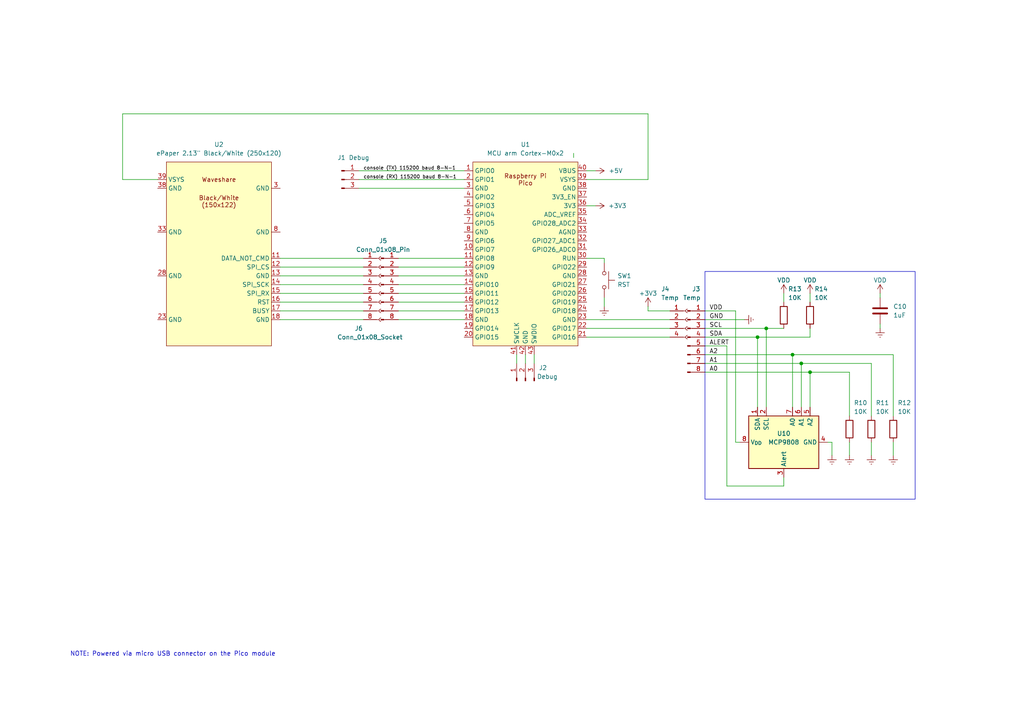
<source format=kicad_sch>
(kicad_sch (version 20230121) (generator eeschema)
  (paper "A4")
  (title_block (title "picoPloT") (date "2024-01-31") (rev "0.01") (company "https://github.com/AnotherJohnH/picoPloT"))
  (lib_symbols
    (symbol "Connector:Conn_01x03_Pin" (pin_names (offset 1.016) hide)
      (property "Reference" "J" (at 0 5.08 0))
      (property "Value" "Conn_01x03_Pin" (at 0 -5.08 0))
      (symbol "Conn_01x03_Pin_1_1"
        (polyline (pts (xy 1.27 -2.54) (xy 0.8636 -2.54)) (stroke (width 0.1524)))
        (polyline (pts (xy 1.27 0) (xy 0.8636 0)) (stroke (width 0.1524)))
        (polyline (pts (xy 1.27 2.54) (xy 0.8636 2.54)) (stroke (width 0.1524)))
        (rectangle (start 0.8636 -2.413) (end 0 -2.667) (stroke (width 0.1524)) (fill (type outline)))
        (rectangle (start 0.8636 0.127) (end 0 -0.127) (stroke (width 0.1524)) (fill (type outline)))
        (rectangle (start 0.8636 2.667) (end 0 2.413) (stroke (width 0.1524)) (fill (type outline)))
        (pin passive line (at 5.08 2.54 180) (length 3.81) (name "Pin_1") (number "1"))
        (pin passive line (at 5.08 0 180) (length 3.81) (name "Pin_2") (number "2"))
        (pin passive line (at 5.08 -2.54 180) (length 3.81) (name "Pin_3") (number "3"))
      )
    )
    (symbol "Connector:Conn_01x04_Socket" (pin_names (offset 1.016) hide)
      (property "Reference" "J" (at 0 5.08 0))
      (property "Value" "Conn_01x04_Socket" (at 0 -7.62 0))
      (symbol "Conn_01x04_Socket_1_1"
        (arc (start 0 -4.572) (mid -0.5058 -5.08) (end 0 -5.588) (stroke (width 0.1524)))
        (arc (start 0 -2.032) (mid -0.5058 -2.54) (end 0 -3.048) (stroke (width 0.1524)))
        (polyline (pts (xy -1.27 -5.08) (xy -0.508 -5.08)) (stroke (width 0.1524)))
        (polyline (pts (xy -1.27 -2.54) (xy -0.508 -2.54)) (stroke (width 0.1524)))
        (polyline (pts (xy -1.27 0) (xy -0.508 0)) (stroke (width 0.1524)))
        (polyline (pts (xy -1.27 2.54) (xy -0.508 2.54)) (stroke (width 0.1524)))
        (arc (start 0 0.508) (mid -0.5058 0) (end 0 -0.508) (stroke (width 0.1524)))
        (arc (start 0 3.048) (mid -0.5058 2.54) (end 0 2.032) (stroke (width 0.1524)))
        (pin passive line (at -5.08 2.54 0) (length 3.81) (name "Pin_1") (number "1"))
        (pin passive line (at -5.08 0 0) (length 3.81) (name "Pin_2") (number "2"))
        (pin passive line (at -5.08 -2.54 0) (length 3.81) (name "Pin_3") (number "3"))
        (pin passive line (at -5.08 -5.08 0) (length 3.81) (name "Pin_4") (number "4"))
      )
    )
    (symbol "Connector:Conn_01x08_Pin" (pin_names (offset 1.016) hide)
      (property "Reference" "J" (at 0 10.16 0))
      (property "Value" "Conn_01x08_Pin" (at 0 -12.7 0))
      (symbol "Conn_01x08_Pin_1_1"
        (polyline (pts (xy 1.27 -10.16) (xy 0.8636 -10.16)) (stroke (width 0.1524)))
        (polyline (pts (xy 1.27 -7.62) (xy 0.8636 -7.62)) (stroke (width 0.1524)))
        (polyline (pts (xy 1.27 -5.08) (xy 0.8636 -5.08)) (stroke (width 0.1524)))
        (polyline (pts (xy 1.27 -2.54) (xy 0.8636 -2.54)) (stroke (width 0.1524)))
        (polyline (pts (xy 1.27 0) (xy 0.8636 0)) (stroke (width 0.1524)))
        (polyline (pts (xy 1.27 2.54) (xy 0.8636 2.54)) (stroke (width 0.1524)))
        (polyline (pts (xy 1.27 5.08) (xy 0.8636 5.08)) (stroke (width 0.1524)))
        (polyline (pts (xy 1.27 7.62) (xy 0.8636 7.62)) (stroke (width 0.1524)))
        (rectangle (start 0.8636 -10.033) (end 0 -10.287) (stroke (width 0.1524)) (fill (type outline)))
        (rectangle (start 0.8636 -7.493) (end 0 -7.747) (stroke (width 0.1524)) (fill (type outline)))
        (rectangle (start 0.8636 -4.953) (end 0 -5.207) (stroke (width 0.1524)) (fill (type outline)))
        (rectangle (start 0.8636 -2.413) (end 0 -2.667) (stroke (width 0.1524)) (fill (type outline)))
        (rectangle (start 0.8636 0.127) (end 0 -0.127) (stroke (width 0.1524)) (fill (type outline)))
        (rectangle (start 0.8636 2.667) (end 0 2.413) (stroke (width 0.1524)) (fill (type outline)))
        (rectangle (start 0.8636 5.207) (end 0 4.953) (stroke (width 0.1524)) (fill (type outline)))
        (rectangle (start 0.8636 7.747) (end 0 7.493) (stroke (width 0.1524)) (fill (type outline)))
        (pin passive line (at 5.08 7.62 180) (length 3.81) (name "Pin_1") (number "1"))
        (pin passive line (at 5.08 5.08 180) (length 3.81) (name "Pin_2") (number "2"))
        (pin passive line (at 5.08 2.54 180) (length 3.81) (name "Pin_3") (number "3"))
        (pin passive line (at 5.08 0 180) (length 3.81) (name "Pin_4") (number "4"))
        (pin passive line (at 5.08 -2.54 180) (length 3.81) (name "Pin_5") (number "5"))
        (pin passive line (at 5.08 -5.08 180) (length 3.81) (name "Pin_6") (number "6"))
        (pin passive line (at 5.08 -7.62 180) (length 3.81) (name "Pin_7") (number "7"))
        (pin passive line (at 5.08 -10.16 180) (length 3.81) (name "Pin_8") (number "8"))
      )
    )
    (symbol "Connector:Conn_01x08_Socket" (pin_names (offset 1.016) hide)
      (property "Reference" "J" (at 0 10.16 0))
      (property "Value" "Conn_01x08_Socket" (at 0 -12.7 0))
      (symbol "Conn_01x08_Socket_1_1"
        (arc (start 0 -9.652) (mid -0.5058 -10.16) (end 0 -10.668) (stroke (width 0.1524)))
        (arc (start 0 -7.112) (mid -0.5058 -7.62) (end 0 -8.128) (stroke (width 0.1524)))
        (arc (start 0 -4.572) (mid -0.5058 -5.08) (end 0 -5.588) (stroke (width 0.1524)))
        (arc (start 0 -2.032) (mid -0.5058 -2.54) (end 0 -3.048) (stroke (width 0.1524)))
        (polyline (pts (xy -1.27 -10.16) (xy -0.508 -10.16)) (stroke (width 0.1524)))
        (polyline (pts (xy -1.27 -7.62) (xy -0.508 -7.62)) (stroke (width 0.1524)))
        (polyline (pts (xy -1.27 -5.08) (xy -0.508 -5.08)) (stroke (width 0.1524)))
        (polyline (pts (xy -1.27 -2.54) (xy -0.508 -2.54)) (stroke (width 0.1524)))
        (polyline (pts (xy -1.27 0) (xy -0.508 0)) (stroke (width 0.1524)))
        (polyline (pts (xy -1.27 2.54) (xy -0.508 2.54)) (stroke (width 0.1524)))
        (polyline (pts (xy -1.27 5.08) (xy -0.508 5.08)) (stroke (width 0.1524)))
        (polyline (pts (xy -1.27 7.62) (xy -0.508 7.62)) (stroke (width 0.1524)))
        (arc (start 0 0.508) (mid -0.5058 0) (end 0 -0.508) (stroke (width 0.1524)))
        (arc (start 0 3.048) (mid -0.5058 2.54) (end 0 2.032) (stroke (width 0.1524)))
        (arc (start 0 5.588) (mid -0.5058 5.08) (end 0 4.572) (stroke (width 0.1524)))
        (arc (start 0 8.128) (mid -0.5058 7.62) (end 0 7.112) (stroke (width 0.1524)))
        (pin passive line (at -5.08 7.62 0) (length 3.81) (name "Pin_1") (number "1"))
        (pin passive line (at -5.08 5.08 0) (length 3.81) (name "Pin_2") (number "2"))
        (pin passive line (at -5.08 2.54 0) (length 3.81) (name "Pin_3") (number "3"))
        (pin passive line (at -5.08 0 0) (length 3.81) (name "Pin_4") (number "4"))
        (pin passive line (at -5.08 -2.54 0) (length 3.81) (name "Pin_5") (number "5"))
        (pin passive line (at -5.08 -5.08 0) (length 3.81) (name "Pin_6") (number "6"))
        (pin passive line (at -5.08 -7.62 0) (length 3.81) (name "Pin_7") (number "7"))
        (pin passive line (at -5.08 -10.16 0) (length 3.81) (name "Pin_8") (number "8"))
      )
    )
    (symbol "Device:C" (pin_numbers hide) (pin_names (offset 0.254))
      (property "Reference" "C" (at 0.635 2.54 0))
      (property "Value" "C" (at 0.635 -2.54 0))
      (symbol "C_0_1"
        (polyline (pts (xy -2.032 -0.762) (xy 2.032 -0.762)) (stroke (width 0.508)))
        (polyline (pts (xy -2.032 0.762) (xy 2.032 0.762)) (stroke (width 0.508)))
      )
      (symbol "C_1_1"
        (pin passive line (at 0 3.81 270) (length 2.794) (name "~") (number "1"))
        (pin passive line (at 0 -3.81 90) (length 2.794) (name "~") (number "2"))
      )
    )
    (symbol "Device:R" (pin_numbers hide) (pin_names (offset 0))
      (property "Reference" "R" (at 2.032 0 90))
      (property "Value" "R" (at 0 0 90))
      (symbol "R_0_1"
        (rectangle (start -1.016 -2.54) (end 1.016 2.54) (stroke (width 0.254)))
      )
      (symbol "R_1_1"
        (pin passive line (at 0 3.81 270) (length 1.27) (name "~") (number "1"))
        (pin passive line (at 0 -3.81 90) (length 1.27) (name "~") (number "2"))
      )
    )
    (symbol "MCU_RaspberryPi_and_Boards:Pico"
      (property "Reference" "U2" (at 0 31.75 0))
      (property "Value" "arm Cortex-M0x2 MCU" (at 0 29.21 0))
      (symbol "Pico_0_1"
        (rectangle (start -15.24 26.67) (end 15.24 -26.67) (fill (type background)))
      )
      (symbol "Pico_1_0"
        (text "Raspberry Pi\nPico" (at 0 21.59 0) (effects (font (size 1.27 1.27))))
      )
      (symbol "Pico_1_1"
        (pin bidirectional line (at -17.78 24.13 0) (length 2.54) (name "GPIO0") (number "1"))
        (pin bidirectional line (at -17.78 1.27 0) (length 2.54) (name "GPIO7") (number "10"))
        (pin bidirectional line (at -17.78 -1.27 0) (length 2.54) (name "GPIO8") (number "11"))
        (pin bidirectional line (at -17.78 -3.81 0) (length 2.54) (name "GPIO9") (number "12"))
        (pin power_in line (at -17.78 -6.35 0) (length 2.54) (name "GND") (number "13"))
        (pin bidirectional line (at -17.78 -8.89 0) (length 2.54) (name "GPIO10") (number "14"))
        (pin bidirectional line (at -17.78 -11.43 0) (length 2.54) (name "GPIO11") (number "15"))
        (pin bidirectional line (at -17.78 -13.97 0) (length 2.54) (name "GPIO12") (number "16"))
        (pin bidirectional line (at -17.78 -16.51 0) (length 2.54) (name "GPIO13") (number "17"))
        (pin power_in line (at -17.78 -19.05 0) (length 2.54) (name "GND") (number "18"))
        (pin bidirectional line (at -17.78 -21.59 0) (length 2.54) (name "GPIO14") (number "19"))
        (pin bidirectional line (at -17.78 21.59 0) (length 2.54) (name "GPIO1") (number "2"))
        (pin bidirectional line (at -17.78 -24.13 0) (length 2.54) (name "GPIO15") (number "20"))
        (pin bidirectional line (at 17.78 -24.13 180) (length 2.54) (name "GPIO16") (number "21"))
        (pin bidirectional line (at 17.78 -21.59 180) (length 2.54) (name "GPIO17") (number "22"))
        (pin power_in line (at 17.78 -19.05 180) (length 2.54) (name "GND") (number "23"))
        (pin bidirectional line (at 17.78 -16.51 180) (length 2.54) (name "GPIO18") (number "24"))
        (pin bidirectional line (at 17.78 -13.97 180) (length 2.54) (name "GPIO19") (number "25"))
        (pin bidirectional line (at 17.78 -11.43 180) (length 2.54) (name "GPIO20") (number "26"))
        (pin bidirectional line (at 17.78 -8.89 180) (length 2.54) (name "GPIO21") (number "27"))
        (pin power_in line (at 17.78 -6.35 180) (length 2.54) (name "GND") (number "28"))
        (pin bidirectional line (at 17.78 -3.81 180) (length 2.54) (name "GPIO22") (number "29"))
        (pin power_in line (at -17.78 19.05 0) (length 2.54) (name "GND") (number "3"))
        (pin input line (at 17.78 -1.27 180) (length 2.54) (name "RUN") (number "30"))
        (pin bidirectional line (at 17.78 1.27 180) (length 2.54) (name "GPIO26_ADC0") (number "31"))
        (pin bidirectional line (at 17.78 3.81 180) (length 2.54) (name "GPIO27_ADC1") (number "32"))
        (pin power_in line (at 17.78 6.35 180) (length 2.54) (name "AGND") (number "33"))
        (pin bidirectional line (at 17.78 8.89 180) (length 2.54) (name "GPIO28_ADC2") (number "34"))
        (pin power_in line (at 17.78 11.43 180) (length 2.54) (name "ADC_VREF") (number "35"))
        (pin power_in line (at 17.78 13.97 180) (length 2.54) (name "3V3") (number "36"))
        (pin input line (at 17.78 16.51 180) (length 2.54) (name "3V3_EN") (number "37"))
        (pin bidirectional line (at 17.78 19.05 180) (length 2.54) (name "GND") (number "38"))
        (pin power_in line (at 17.78 21.59 180) (length 2.54) (name "VSYS") (number "39"))
        (pin bidirectional line (at -17.78 16.51 0) (length 2.54) (name "GPIO2") (number "4"))
        (pin power_in line (at 17.78 24.13 180) (length 2.54) (name "VBUS") (number "40"))
        (pin input line (at -2.54 -29.21 90) (length 2.54) (name "SWCLK") (number "41"))
        (pin power_in line (at 0 -29.21 90) (length 2.54) (name "GND") (number "42"))
        (pin bidirectional line (at 2.54 -29.21 90) (length 2.54) (name "SWDIO") (number "43"))
        (pin bidirectional line (at -17.78 13.97 0) (length 2.54) (name "GPIO3") (number "5"))
        (pin bidirectional line (at -17.78 11.43 0) (length 2.54) (name "GPIO4") (number "6"))
        (pin bidirectional line (at -17.78 8.89 0) (length 2.54) (name "GPIO5") (number "7"))
        (pin power_in line (at -17.78 6.35 0) (length 2.54) (name "GND") (number "8"))
        (pin bidirectional line (at -17.78 3.81 0) (length 2.54) (name "GPIO6") (number "9"))
      )
    )
    (symbol "MCU_RaspberryPi_and_Boards:Waveshare ePaper 2.13{dblquote} Black/White (250x120)"
      (property "Reference" "U" (at -13.97 27.94 0))
      (property "Value" "ePaper 2.13\"" (at 0 19.05 0))
      (symbol "Waveshare ePaper 2.13{dblquote} Black/White (250x120)_0_1"
        (rectangle (start -15.24 26.67) (end 15.24 -26.67) (fill (type background)))
      )
      (symbol "Waveshare ePaper 2.13{dblquote} Black/White (250x120)_1_0"
        (text "Waveshare" (at 0 21.59 0) (effects (font (size 1.27 1.27))))
      )
      (symbol "Waveshare ePaper 2.13{dblquote} Black/White (250x120)_1_1"
        (text "Black/White\n(150x122)" (at 0 15.24 0) (effects (font (size 1.27 1.27))))
        (pin input line (at -17.78 -1.27 0) (length 2.54) (name "DATA_NOT_CMD") (number "11"))
        (pin input line (at -17.78 -3.81 0) (length 2.54) (name "SPI_CS") (number "12"))
        (pin power_in line (at -17.78 -6.35 0) (length 2.54) (name "GND") (number "13"))
        (pin input line (at -17.78 -8.89 0) (length 2.54) (name "SPI_SCK") (number "14"))
        (pin input line (at -17.78 -11.43 0) (length 2.54) (name "SPI_RX") (number "15"))
        (pin input line (at -17.78 -13.97 0) (length 2.54) (name "RST") (number "16"))
        (pin output line (at -17.78 -16.51 0) (length 2.54) (name "BUSY") (number "17"))
        (pin power_in line (at -17.78 -19.05 0) (length 2.54) (name "GND") (number "18"))
        (pin power_in line (at 17.78 -19.05 180) (length 2.54) (name "GND") (number "23"))
        (pin power_in line (at 17.78 -6.35 180) (length 2.54) (name "GND") (number "28"))
        (pin power_in line (at -17.78 19.05 0) (length 2.54) (name "GND") (number "3"))
        (pin power_in line (at 17.78 6.35 180) (length 2.54) (name "GND") (number "33"))
        (pin bidirectional line (at 17.78 19.05 180) (length 2.54) (name "GND") (number "38"))
        (pin power_in line (at 17.78 21.59 180) (length 2.54) (name "VSYS") (number "39"))
        (pin power_in line (at -17.78 6.35 0) (length 2.54) (name "GND") (number "8"))
      )
    )
    (symbol "Sensor_Temperature:MCP9808_MSOP"
      (property "Reference" "U" (at -6.35 11.43 0))
      (property "Value" "MCP9808_MSOP" (at 10.16 11.43 0))
      (symbol "MCP9808_MSOP_0_1"
        (rectangle (start -7.62 10.16) (end 7.62 -10.16) (stroke (width 0.254)) (fill (type background)))
      )
      (symbol "MCP9808_MSOP_1_1"
        (pin bidirectional line (at -10.16 7.62 0) (length 2.54) (name "SDA") (number "1"))
        (pin input line (at -10.16 5.08 0) (length 2.54) (name "SCL") (number "2"))
        (pin output line (at 10.16 0 180) (length 2.54) (name "Alert") (number "3"))
        (pin power_in line (at 0 -12.7 90) (length 2.54) (name "GND") (number "4"))
        (pin input line (at -10.16 -7.62 0) (length 2.54) (name "A2") (number "5"))
        (pin input line (at -10.16 -5.08 0) (length 2.54) (name "A1") (number "6"))
        (pin input line (at -10.16 -2.54 0) (length 2.54) (name "A0") (number "7"))
        (pin power_in line (at 0 12.7 270) (length 2.54) (name "V_{DD}") (number "8"))
      )
    )
    (symbol "Switch:SW_Push" (pin_numbers hide) (pin_names (offset 1.016) hide)
      (property "Reference" "SW" (at 1.27 2.54 0))
      (property "Value" "SW_Push" (at 0 -1.524 0))
      (symbol "SW_Push_0_1"
        (circle (center -2.032 0) (radius 0.508))
        (polyline (pts (xy 0 1.27) (xy 0 3.048)))
        (polyline (pts (xy 2.54 1.27) (xy -2.54 1.27)))
        (circle (center 2.032 0) (radius 0.508))
        (pin passive line (at -5.08 0 0) (length 2.54) (name "1") (number "1"))
        (pin passive line (at 5.08 0 180) (length 2.54) (name "2") (number "2"))
      )
    )
    (symbol "power:+3V3" (power) (pin_names (offset 0))
      (property "Value" "+3V3" (at 0 3.556 0))
      (symbol "+3V3_0_1"
        (polyline (pts (xy -0.762 1.27) (xy 0 2.54)))
        (polyline (pts (xy 0 0) (xy 0 2.54)))
        (polyline (pts (xy 0 2.54) (xy 0.762 1.27)))
      )
      (symbol "+3V3_1_1"
        (pin power_in line (at 0 0 90) (length 0) hide (name "+3V3") (number "1"))
      )
    )
    (symbol "power:+5V" (power) (pin_names (offset 0))
      (property "Value" "+5V" (at 0 3.556 0))
      (symbol "+5V_0_1"
        (polyline (pts (xy -0.762 1.27) (xy 0 2.54)))
        (polyline (pts (xy 0 0) (xy 0 2.54)))
        (polyline (pts (xy 0 2.54) (xy 0.762 1.27)))
      )
      (symbol "+5V_1_1"
        (pin power_in line (at 0 0 90) (length 0) hide (name "+5V") (number "1"))
      )
    )
    (symbol "power:Earth" (power) (pin_names (offset 0))
      (symbol "Earth_0_1"
        (polyline (pts (xy -0.635 -1.905) (xy 0.635 -1.905)))
        (polyline (pts (xy -0.127 -2.54) (xy 0.127 -2.54)))
        (polyline (pts (xy 0 -1.27) (xy 0 0)))
        (polyline (pts (xy 1.27 -1.27) (xy -1.27 -1.27)))
      )
      (symbol "Earth_1_1"
        (pin power_in line (at 0 0 270) (length 0) hide (name "Earth") (number "1"))
      )
    )
    (symbol "power:VDD" (power) (pin_names (offset 0))
      (property "Value" "VDD" (at 0 3.81 0))
      (symbol "VDD_0_1"
        (polyline (pts (xy -0.762 1.27) (xy 0 2.54)))
        (polyline (pts (xy 0 0) (xy 0 2.54)))
        (polyline (pts (xy 0 2.54) (xy 0.762 1.27)))
      )
      (symbol "VDD_1_1"
        (pin power_in line (at 0 0 90) (length 0) hide (name "VDD") (number "1"))
      )
    )
  )
  (junction (at 222.25 95.25))
  (junction (at 219.71 97.79))
  (junction (at 229.87 102.87))
  (junction (at 234.95 107.95))
  (junction (at 232.41 105.41))
  (wire (pts (xy 204.47 100.33) (xy 210.82 100.33)))
  (wire (pts (xy 81.28 85.09) (xy 105.41 85.09)))
  (wire (pts (xy 170.18 59.69) (xy 172.72 59.69)))
  (wire (pts (xy 246.38 107.95) (xy 246.38 120.65)))
  (wire (pts (xy 213.36 128.27) (xy 214.63 128.27)))
  (wire (pts (xy 154.94 102.87) (xy 154.94 105.41)))
  (wire (pts (xy 252.73 128.27) (xy 252.73 132.08)))
  (wire (pts (xy 255.27 93.98) (xy 255.27 95.25)))
  (wire (pts (xy 229.87 102.87) (xy 229.87 118.11)))
  (wire (pts (xy 246.38 128.27) (xy 246.38 132.08)))
  (wire (pts (xy 232.41 105.41) (xy 232.41 118.11)))
  (wire (pts (xy 81.28 74.93) (xy 105.41 74.93)))
  (wire (pts (xy 175.26 86.36) (xy 175.26 88.9)))
  (wire (pts (xy 134.62 80.01) (xy 115.57 80.01)))
  (wire (pts (xy 115.57 74.93) (xy 134.62 74.93)))
  (wire (pts (xy 115.57 77.47) (xy 134.62 77.47)))
  (wire (pts (xy 35.56 52.07) (xy 45.72 52.07)))
  (wire (pts (xy 115.57 85.09) (xy 134.62 85.09)))
  (wire (pts (xy 204.47 92.71) (xy 215.9 92.71)))
  (wire (pts (xy 204.47 90.17) (xy 213.36 90.17)))
  (wire (pts (xy 187.96 33.02) (xy 187.96 52.07)))
  (wire (pts (xy 234.95 107.95) (xy 246.38 107.95)))
  (wire (pts (xy 81.28 80.01) (xy 105.41 80.01)))
  (wire (pts (xy 175.26 74.93) (xy 170.18 74.93)))
  (wire (pts (xy 219.71 97.79) (xy 219.71 118.11)))
  (wire (pts (xy 187.96 90.17) (xy 187.96 88.9)))
  (wire (pts (xy 104.14 54.61) (xy 134.62 54.61)))
  (wire (pts (xy 81.28 82.55) (xy 105.41 82.55)))
  (wire (pts (xy 170.18 49.53) (xy 172.72 49.53)))
  (wire (pts (xy 234.95 107.95) (xy 234.95 118.11)))
  (wire (pts (xy 204.47 97.79) (xy 219.71 97.79)))
  (wire (pts (xy 81.28 90.17) (xy 105.41 90.17)))
  (wire (pts (xy 187.96 90.17) (xy 194.31 90.17)))
  (wire (pts (xy 115.57 87.63) (xy 134.62 87.63)))
  (wire (pts (xy 104.14 49.53) (xy 134.62 49.53)))
  (wire (pts (xy 213.36 90.17) (xy 213.36 128.27)))
  (wire (pts (xy 149.86 102.87) (xy 149.86 105.41)))
  (wire (pts (xy 35.56 52.07) (xy 35.56 33.02)))
  (wire (pts (xy 170.18 97.79) (xy 194.31 97.79)))
  (wire (pts (xy 35.56 33.02) (xy 187.96 33.02)))
  (wire (pts (xy 234.95 85.09) (xy 234.95 87.63)))
  (wire (pts (xy 255.27 85.09) (xy 255.27 86.36)))
  (wire (pts (xy 222.25 95.25) (xy 227.33 95.25)))
  (wire (pts (xy 166.37 45.72) (xy 166.37 44.45)))
  (wire (pts (xy 204.47 102.87) (xy 229.87 102.87)))
  (wire (pts (xy 104.14 52.07) (xy 134.62 52.07)))
  (wire (pts (xy 175.26 76.2) (xy 175.26 74.93)))
  (wire (pts (xy 259.08 128.27) (xy 259.08 132.08)))
  (wire (pts (xy 204.47 95.25) (xy 222.25 95.25)))
  (wire (pts (xy 170.18 52.07) (xy 187.96 52.07)))
  (wire (pts (xy 232.41 105.41) (xy 252.73 105.41)))
  (wire (pts (xy 252.73 105.41) (xy 252.73 120.65)))
  (wire (pts (xy 170.18 92.71) (xy 194.31 92.71)))
  (wire (pts (xy 152.4 102.87) (xy 152.4 105.41)))
  (wire (pts (xy 241.3 128.27) (xy 241.3 132.08)))
  (wire (pts (xy 229.87 102.87) (xy 259.08 102.87)))
  (wire (pts (xy 234.95 97.79) (xy 219.71 97.79)))
  (wire (pts (xy 240.03 128.27) (xy 241.3 128.27)))
  (wire (pts (xy 115.57 92.71) (xy 134.62 92.71)))
  (wire (pts (xy 234.95 95.25) (xy 234.95 97.79)))
  (wire (pts (xy 81.28 77.47) (xy 105.41 77.47)))
  (wire (pts (xy 227.33 140.97) (xy 210.82 140.97)))
  (wire (pts (xy 81.28 87.63) (xy 105.41 87.63)))
  (wire (pts (xy 204.47 105.41) (xy 232.41 105.41)))
  (wire (pts (xy 259.08 102.87) (xy 259.08 120.65)))
  (wire (pts (xy 115.57 82.55) (xy 134.62 82.55)))
  (wire (pts (xy 222.25 95.25) (xy 222.25 118.11)))
  (wire (pts (xy 210.82 140.97) (xy 210.82 100.33)))
  (wire (pts (xy 81.28 92.71) (xy 105.41 92.71)))
  (wire (pts (xy 170.18 95.25) (xy 194.31 95.25)))
  (wire (pts (xy 115.57 90.17) (xy 134.62 90.17)))
  (wire (pts (xy 204.47 107.95) (xy 234.95 107.95)))
  (wire (pts (xy 227.33 138.43) (xy 227.33 140.97)))
  (wire (pts (xy 227.33 85.09) (xy 227.33 87.63)))
  (rectangle (start 204.47 78.74) (end 265.43 144.78))
  (text "NOTE: Powered via micro USB connector on the Pico module" (at 20.32 190.5 0) (effects (font (size 1.27 1.27)) (justify left bottom)))
  (label "SCL" (at 205.74 95.25 0))
  (label "ALERT" (at 205.74 100.33 0))
  (label "A0" (at 205.74 107.95 0))
  (label "GND" (at 205.74 92.71 0))
  (label "VDD" (at 205.74 90.17 0))
  (label "console (RX) 115200 baud 8-N-1" (at 105.41 52.07 0) (effects (font (size 1 1))))
  (label "console (TX) 115200 baud 8-N-1" (at 105.41 49.53 0) (effects (font (size 1 1))))
  (label "A1" (at 205.74 105.41 0))
  (label "SDA" (at 205.74 97.79 0))
  (label "A2" (at 205.74 102.87 0))
  (symbol (lib_id "Device:R") (at 234.95 91.44 0) (unit 1)
    (property "Reference" "R14" (at 236.22 83.82 0) (effects (justify left)))
    (property "Value" "10K" (at 236.22 86.36 0) (effects (justify left)))
  )
  (symbol (lib_id "Device:R") (at 227.33 91.44 0) (unit 1)
    (property "Reference" "R13" (at 228.6 83.82 0) (effects (justify left)))
    (property "Value" "10K" (at 228.6 86.36 0) (effects (justify left)))
  )
  (symbol (lib_id "Device:C") (at 255.27 90.17 0) (unit 1)
    (property "Reference" "C10" (at 259.08 88.9 0) (effects (justify left)))
    (property "Value" "1uF" (at 259.08 91.44 0) (effects (justify left)))
  )
  (symbol (lib_id "power:Earth") (at 215.9 92.71 90) (unit 1)
    (property "Reference" "#PWR08" (effects hide))
    (property "Value" "Earth" (effects hide))
  )
  (symbol (lib_id "Device:R") (at 259.08 124.46 0) (unit 1)
    (property "Reference" "R12" (at 260.35 116.84 0) (effects (justify left)))
    (property "Value" "10K" (at 260.35 119.38 0) (effects (justify left)))
  )
  (symbol (lib_id "Connector:Conn_01x08_Pin") (at 110.49 82.55 0) (unit 1)
    (property "Reference" "J5" (at 111.125 69.85 0))
    (property "Value" "Conn_01x08_Pin" (at 111.125 72.39 0))
  )
  (symbol (lib_id "power:Earth") (at 252.73 132.08 0) (unit 1)
    (property "Reference" "#PWR04" (effects hide))
    (property "Value" "Earth" (effects hide))
  )
  (symbol (lib_id "Connector:Conn_01x04_Socket") (at 199.39 92.71 0) (unit 1)
    (property "Reference" "J4" (at 191.77 83.82 0) (effects (justify left)))
    (property "Value" "Temp" (at 191.77 86.36 0) (effects (justify left)))
  )
  (symbol (lib_id "Connector:Conn_01x03_Pin") (at 99.06 52.07 0) (unit 1)
    (property "Reference" "J1" (at 99.06 45.72 0))
    (property "Value" "Debug" (at 104.14 45.72 0))
    (property "Footprint" "Connector:FanPinHeader_1x03_P2.54mm_Vertical" (effects hide))
  )
  (symbol (lib_id "Device:R") (at 252.73 124.46 0) (unit 1)
    (property "Reference" "R11" (at 254 116.84 0) (effects (justify left)))
    (property "Value" "10K" (at 254 119.38 0) (effects (justify left)))
  )
  (symbol (lib_id "Connector:Conn_01x08_Pin") (at 199.39 97.79 0) (unit 1)
    (property "Reference" "J3" (at 201.93 83.82 0))
    (property "Value" "Temp" (at 200.66 86.36 0))
  )
  (symbol (lib_id "power:Earth") (at 259.08 132.08 0) (unit 1)
    (property "Reference" "#PWR05" (effects hide))
    (property "Value" "Earth" (effects hide))
  )
  (symbol (lib_id "power:Earth") (at 175.26 88.9 0) (unit 1)
    (property "Reference" "#PWR01" (effects hide))
    (property "Value" "Earth" (effects hide))
  )
  (symbol (lib_id "Switch:SW_Push") (at 175.26 81.28 270) (unit 1)
    (property "Reference" "SW1" (at 179.07 80.01 90) (effects (justify left)))
    (property "Value" "RST" (at 179.07 82.55 90) (effects (justify left)))
    (property "Footprint" "Button_Switch_THT:SW_PUSH_6mm_H5mm" (effects hide))
  )
  (symbol (lib_id "Connector:Conn_01x08_Socket") (at 110.49 82.55 0) (unit 1)
    (property "Reference" "J6" (at 102.87 95.25 0) (effects (justify left)))
    (property "Value" "Conn_01x08_Socket" (at 97.79 97.79 0) (effects (justify left)))
  )
  (symbol (lib_id "Sensor_Temperature:MCP9808_MSOP") (at 227.33 128.27 90) (mirror x) (unit 1)
    (property "Reference" "U10" (at 227.33 125.73 90))
    (property "Value" "MCP9808" (at 227.33 128.27 90))
    (property "Footprint" "Package_SO:MSOP-8_3x3mm_P0.65mm" (effects hide))
    (property "Datasheet" "http://ww1.microchip.com/downloads/en/DeviceDoc/22203b.pdf" (effects hide))
  )
  (symbol (lib_id "power:+3V3") (at 172.72 59.69 270) (unit 1)
    (property "Reference" "#PWR06" (effects hide))
    (property "Value" "+3V3" (at 179.07 59.69 90))
  )
  (symbol (lib_id "power:+3V3") (at 187.96 88.9 0) (unit 1)
    (property "Reference" "#PWR013" (effects hide))
    (property "Value" "+3V3" (at 187.96 85.09 0))
  )
  (symbol (lib_id "Device:R") (at 246.38 124.46 0) (unit 1)
    (property "Reference" "R10" (at 247.65 116.84 0) (effects (justify left)))
    (property "Value" "10K" (at 247.65 119.38 0) (effects (justify left)))
  )
  (symbol (lib_id "power:VDD") (at 227.33 85.09 0) (unit 1)
    (property "Reference" "#PWR011" (effects hide))
    (property "Value" "VDD" (at 227.33 81.28 0))
  )
  (symbol (lib_id "Connector:Conn_01x03_Pin") (at 152.4 110.49 90) (unit 1)
    (property "Reference" "J2" (at 157.48 106.68 90))
    (property "Value" "Debug" (at 158.75 109.22 90))
    (property "Footprint" "Connector:FanPinHeader_1x03_P2.54mm_Vertical" (effects hide))
  )
  (symbol (lib_id "power:Earth") (at 255.27 95.25 0) (unit 1)
    (property "Reference" "#PWR09" (effects hide))
    (property "Value" "Earth" (effects hide))
  )
  (symbol (lib_id "power:Earth") (at 246.38 132.08 0) (unit 1)
    (property "Reference" "#PWR03" (effects hide))
    (property "Value" "Earth" (effects hide))
  )
  (symbol (lib_id "MCU_RaspberryPi_and_Boards:Pico") (at 152.4 73.66 0) (unit 1)
    (property "Reference" "U1" (at 152.4 41.91 0))
    (property "Value" "MCU arm Cortex-M0x2" (at 152.4 44.45 0))
    (property "Footprint" "Package_DIP:DIP-40_W25.4mm_Socket_LongPads" (effects hide))
  )
  (symbol (lib_id "MCU_RaspberryPi_and_Boards:Waveshare ePaper 2.13{dblquote} Black/White (250x120)") (at 63.5 73.66 0) (mirror y) (unit 1)
    (property "Reference" "U2" (at 63.5 41.91 0))
    (property "Value" "ePaper 2.13\" Black/White (250x120)" (at 63.5 44.45 0))
    (property "Footprint" "RPi_Pico:RPi_Pico_SMD_TH" (effects hide))
  )
  (symbol (lib_id "power:Earth") (at 241.3 132.08 0) (unit 1)
    (property "Reference" "#PWR02" (effects hide))
    (property "Value" "Earth" (effects hide))
  )
  (symbol (lib_id "power:VDD") (at 255.27 85.09 0) (unit 1)
    (property "Reference" "#PWR010" (effects hide))
    (property "Value" "VDD" (at 255.27 81.28 0))
  )
  (symbol (lib_id "power:VDD") (at 234.95 85.09 0) (unit 1)
    (property "Reference" "#PWR012" (effects hide))
    (property "Value" "VDD" (at 234.95 81.28 0))
  )
  (symbol (lib_id "power:+5V") (at 172.72 49.53 270) (unit 1)
    (property "Reference" "#PWR07" (effects hide))
    (property "Value" "+5V" (at 176.53 49.53 90) (effects (justify left)))
  )
)
</source>
